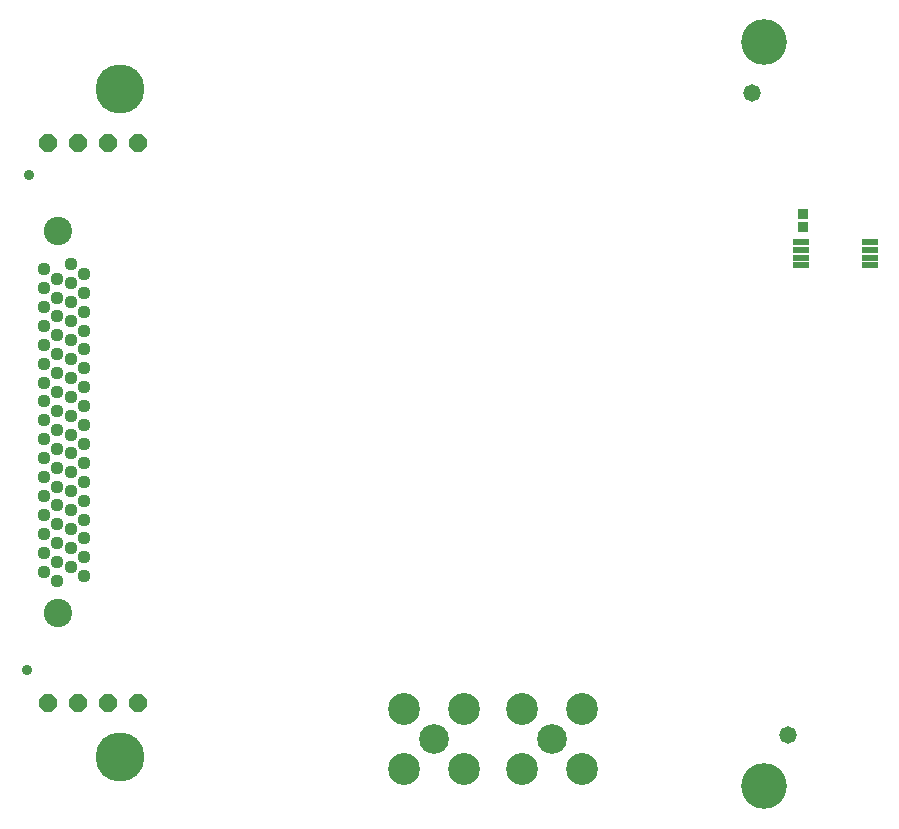
<source format=gbs>
G75*
%MOIN*%
%OFA0B0*%
%FSLAX25Y25*%
%IPPOS*%
%LPD*%
%AMOC8*
5,1,8,0,0,1.08239X$1,22.5*
%
%ADD10C,0.16348*%
%ADD11R,0.05324X0.01978*%
%ADD12R,0.03600X0.03300*%
%ADD13C,0.04439*%
%ADD14C,0.09458*%
%ADD15C,0.03553*%
%ADD16OC8,0.05915*%
%ADD17C,0.09900*%
%ADD18C,0.10650*%
%ADD19C,0.15200*%
%ADD20C,0.05800*%
D10*
X0120882Y0070094D03*
X0120882Y0292732D03*
D11*
X0347949Y0241650D03*
X0347949Y0239091D03*
X0347949Y0236531D03*
X0347949Y0233972D03*
X0370980Y0233972D03*
X0370980Y0236531D03*
X0370980Y0239091D03*
X0370980Y0241650D03*
D12*
X0348441Y0246735D03*
X0348441Y0250935D03*
D13*
X0109071Y0231118D03*
X0104543Y0227969D03*
X0100016Y0229543D03*
X0095488Y0226394D03*
X0100016Y0223244D03*
X0104543Y0221669D03*
X0109071Y0218520D03*
X0104543Y0215370D03*
X0100016Y0216945D03*
X0095488Y0220094D03*
X0095488Y0213795D03*
X0100016Y0210646D03*
X0104543Y0209071D03*
X0109071Y0212220D03*
X0109071Y0205921D03*
X0104543Y0202772D03*
X0100016Y0204346D03*
X0095488Y0201197D03*
X0100016Y0198047D03*
X0104543Y0196472D03*
X0109071Y0193323D03*
X0104543Y0190173D03*
X0100016Y0191748D03*
X0095488Y0188598D03*
X0100016Y0185449D03*
X0104543Y0183874D03*
X0109071Y0180724D03*
X0104543Y0177575D03*
X0100016Y0179150D03*
X0095488Y0182299D03*
X0095488Y0176000D03*
X0100016Y0172850D03*
X0104543Y0171276D03*
X0109071Y0174425D03*
X0109071Y0168126D03*
X0104543Y0164976D03*
X0100016Y0166551D03*
X0095488Y0163402D03*
X0100016Y0160252D03*
X0104543Y0158677D03*
X0109071Y0155528D03*
X0104543Y0152378D03*
X0100016Y0153953D03*
X0095488Y0157102D03*
X0095488Y0150803D03*
X0100016Y0147654D03*
X0104543Y0146079D03*
X0109071Y0149228D03*
X0109071Y0142929D03*
X0104543Y0139780D03*
X0100016Y0141354D03*
X0095488Y0138205D03*
X0100016Y0135055D03*
X0104543Y0133480D03*
X0109071Y0130331D03*
X0109071Y0136630D03*
X0100016Y0128756D03*
X0095488Y0131906D03*
X0095488Y0144504D03*
X0109071Y0161827D03*
X0095488Y0169701D03*
X0109071Y0187024D03*
X0095488Y0194898D03*
X0109071Y0199622D03*
X0095488Y0207496D03*
X0109071Y0224819D03*
X0095488Y0232693D03*
X0104543Y0234268D03*
D14*
X0100213Y0245429D03*
X0100213Y0118028D03*
D15*
X0089858Y0099189D03*
X0090764Y0264150D03*
D16*
X0096906Y0274819D03*
X0106906Y0274819D03*
X0116906Y0274819D03*
X0126906Y0274819D03*
X0126906Y0088205D03*
X0116906Y0088205D03*
X0106906Y0088205D03*
X0096906Y0088205D03*
D17*
X0225606Y0076000D03*
X0264976Y0076000D03*
D18*
X0254976Y0086000D03*
X0235606Y0086000D03*
X0215606Y0086000D03*
X0215606Y0066000D03*
X0235606Y0066000D03*
X0254976Y0066000D03*
X0274976Y0066000D03*
X0274976Y0086000D03*
D19*
X0335717Y0060268D03*
X0335717Y0308268D03*
D20*
X0331717Y0291318D03*
X0343717Y0077318D03*
M02*

</source>
